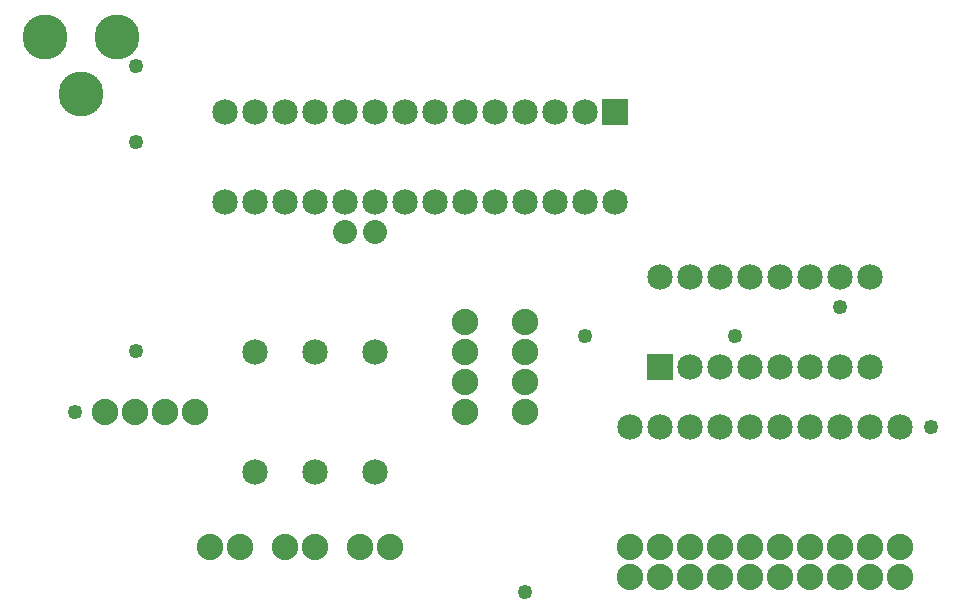
<source format=gbs>
G04 MADE WITH FRITZING*
G04 WWW.FRITZING.ORG*
G04 DOUBLE SIDED*
G04 HOLES PLATED*
G04 CONTOUR ON CENTER OF CONTOUR VECTOR*
%ASAXBY*%
%FSLAX23Y23*%
%MOIN*%
%OFA0B0*%
%SFA1.0B1.0*%
%ADD10C,0.085000*%
%ADD11C,0.150000*%
%ADD12C,0.080000*%
%ADD13C,0.088000*%
%ADD14C,0.049370*%
%ADD15R,0.085000X0.085000*%
%LNMASK0*%
G90*
G70*
G54D10*
X2222Y1722D03*
X2222Y1422D03*
X2122Y1722D03*
X2122Y1422D03*
X2022Y1722D03*
X2022Y1422D03*
X1922Y1722D03*
X1922Y1422D03*
X1822Y1722D03*
X1822Y1422D03*
X1722Y1722D03*
X1722Y1422D03*
X1622Y1722D03*
X1622Y1422D03*
X1522Y1722D03*
X1522Y1422D03*
X1422Y1722D03*
X1422Y1422D03*
X1322Y1722D03*
X1322Y1422D03*
X1222Y1722D03*
X1222Y1422D03*
X1122Y1722D03*
X1122Y1422D03*
X1022Y1722D03*
X1022Y1422D03*
X922Y1722D03*
X922Y1422D03*
G54D11*
X562Y1972D03*
X322Y1972D03*
X442Y1782D03*
G54D12*
X1322Y1322D03*
X1422Y1322D03*
G54D13*
X522Y722D03*
X622Y722D03*
X722Y722D03*
X822Y722D03*
X1372Y272D03*
X1472Y272D03*
X1122Y272D03*
X1222Y272D03*
X872Y272D03*
X972Y272D03*
G54D14*
X422Y722D03*
G54D10*
X1022Y522D03*
X1022Y922D03*
X1222Y522D03*
X1222Y922D03*
X1422Y522D03*
X1422Y922D03*
G54D13*
X1722Y1022D03*
X1722Y922D03*
X1722Y822D03*
X1722Y722D03*
X1922Y1022D03*
X1922Y922D03*
X1922Y822D03*
X1922Y722D03*
G54D10*
X2372Y872D03*
X2372Y1172D03*
X2472Y872D03*
X2472Y1172D03*
X2572Y872D03*
X2572Y1172D03*
X2672Y872D03*
X2672Y1172D03*
X2772Y872D03*
X2772Y1172D03*
X2872Y872D03*
X2872Y1172D03*
X2972Y872D03*
X2972Y1172D03*
X3072Y872D03*
X3072Y1172D03*
G54D14*
X623Y1873D03*
X623Y1621D03*
X623Y923D03*
G54D13*
X2272Y172D03*
X2372Y172D03*
X2472Y172D03*
X2572Y172D03*
X2672Y172D03*
X2772Y172D03*
X2872Y172D03*
X2972Y172D03*
X3072Y172D03*
X3172Y172D03*
X2272Y172D03*
X2372Y172D03*
X2472Y172D03*
X2572Y172D03*
X2672Y172D03*
X2772Y172D03*
X2872Y172D03*
X2972Y172D03*
X3072Y172D03*
X3172Y172D03*
X3172Y272D03*
X3072Y272D03*
X2972Y272D03*
X2872Y272D03*
X2772Y272D03*
X2672Y272D03*
X2572Y272D03*
X2472Y272D03*
X2372Y272D03*
X2272Y272D03*
G54D10*
X2272Y272D03*
X2272Y672D03*
X2872Y272D03*
X2872Y672D03*
X3072Y272D03*
X3072Y672D03*
X3172Y272D03*
X3172Y672D03*
X2772Y272D03*
X2772Y672D03*
X2972Y272D03*
X2972Y672D03*
X2372Y272D03*
X2372Y672D03*
X2472Y272D03*
X2472Y672D03*
X2672Y272D03*
X2672Y672D03*
X2572Y272D03*
X2572Y672D03*
G54D14*
X1922Y121D03*
X3273Y671D03*
X2122Y973D03*
X2621Y973D03*
X2971Y1072D03*
G54D15*
X2222Y1722D03*
X2372Y872D03*
G04 End of Mask0*
M02*
</source>
